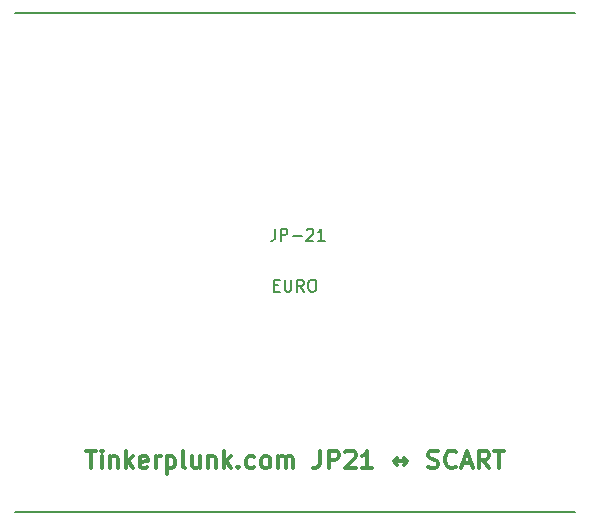
<source format=gto>
G04 #@! TF.FileFunction,Legend,Top*
%FSLAX46Y46*%
G04 Gerber Fmt 4.6, Leading zero omitted, Abs format (unit mm)*
G04 Created by KiCad (PCBNEW 4.0.7) date 07/22/18 01:51:21*
%MOMM*%
%LPD*%
G01*
G04 APERTURE LIST*
%ADD10C,0.100000*%
%ADD11C,0.300000*%
%ADD12C,0.150000*%
G04 APERTURE END LIST*
D10*
D11*
X130621715Y-131512571D02*
X131478858Y-131512571D01*
X131050287Y-133012571D02*
X131050287Y-131512571D01*
X131978858Y-133012571D02*
X131978858Y-132012571D01*
X131978858Y-131512571D02*
X131907429Y-131584000D01*
X131978858Y-131655429D01*
X132050286Y-131584000D01*
X131978858Y-131512571D01*
X131978858Y-131655429D01*
X132693144Y-132012571D02*
X132693144Y-133012571D01*
X132693144Y-132155429D02*
X132764572Y-132084000D01*
X132907430Y-132012571D01*
X133121715Y-132012571D01*
X133264572Y-132084000D01*
X133336001Y-132226857D01*
X133336001Y-133012571D01*
X134050287Y-133012571D02*
X134050287Y-131512571D01*
X134193144Y-132441143D02*
X134621715Y-133012571D01*
X134621715Y-132012571D02*
X134050287Y-132584000D01*
X135836001Y-132941143D02*
X135693144Y-133012571D01*
X135407430Y-133012571D01*
X135264573Y-132941143D01*
X135193144Y-132798286D01*
X135193144Y-132226857D01*
X135264573Y-132084000D01*
X135407430Y-132012571D01*
X135693144Y-132012571D01*
X135836001Y-132084000D01*
X135907430Y-132226857D01*
X135907430Y-132369714D01*
X135193144Y-132512571D01*
X136550287Y-133012571D02*
X136550287Y-132012571D01*
X136550287Y-132298286D02*
X136621715Y-132155429D01*
X136693144Y-132084000D01*
X136836001Y-132012571D01*
X136978858Y-132012571D01*
X137478858Y-132012571D02*
X137478858Y-133512571D01*
X137478858Y-132084000D02*
X137621715Y-132012571D01*
X137907429Y-132012571D01*
X138050286Y-132084000D01*
X138121715Y-132155429D01*
X138193144Y-132298286D01*
X138193144Y-132726857D01*
X138121715Y-132869714D01*
X138050286Y-132941143D01*
X137907429Y-133012571D01*
X137621715Y-133012571D01*
X137478858Y-132941143D01*
X139050287Y-133012571D02*
X138907429Y-132941143D01*
X138836001Y-132798286D01*
X138836001Y-131512571D01*
X140264572Y-132012571D02*
X140264572Y-133012571D01*
X139621715Y-132012571D02*
X139621715Y-132798286D01*
X139693143Y-132941143D01*
X139836001Y-133012571D01*
X140050286Y-133012571D01*
X140193143Y-132941143D01*
X140264572Y-132869714D01*
X140978858Y-132012571D02*
X140978858Y-133012571D01*
X140978858Y-132155429D02*
X141050286Y-132084000D01*
X141193144Y-132012571D01*
X141407429Y-132012571D01*
X141550286Y-132084000D01*
X141621715Y-132226857D01*
X141621715Y-133012571D01*
X142336001Y-133012571D02*
X142336001Y-131512571D01*
X142478858Y-132441143D02*
X142907429Y-133012571D01*
X142907429Y-132012571D02*
X142336001Y-132584000D01*
X143550287Y-132869714D02*
X143621715Y-132941143D01*
X143550287Y-133012571D01*
X143478858Y-132941143D01*
X143550287Y-132869714D01*
X143550287Y-133012571D01*
X144907430Y-132941143D02*
X144764573Y-133012571D01*
X144478859Y-133012571D01*
X144336001Y-132941143D01*
X144264573Y-132869714D01*
X144193144Y-132726857D01*
X144193144Y-132298286D01*
X144264573Y-132155429D01*
X144336001Y-132084000D01*
X144478859Y-132012571D01*
X144764573Y-132012571D01*
X144907430Y-132084000D01*
X145764573Y-133012571D02*
X145621715Y-132941143D01*
X145550287Y-132869714D01*
X145478858Y-132726857D01*
X145478858Y-132298286D01*
X145550287Y-132155429D01*
X145621715Y-132084000D01*
X145764573Y-132012571D01*
X145978858Y-132012571D01*
X146121715Y-132084000D01*
X146193144Y-132155429D01*
X146264573Y-132298286D01*
X146264573Y-132726857D01*
X146193144Y-132869714D01*
X146121715Y-132941143D01*
X145978858Y-133012571D01*
X145764573Y-133012571D01*
X146907430Y-133012571D02*
X146907430Y-132012571D01*
X146907430Y-132155429D02*
X146978858Y-132084000D01*
X147121716Y-132012571D01*
X147336001Y-132012571D01*
X147478858Y-132084000D01*
X147550287Y-132226857D01*
X147550287Y-133012571D01*
X147550287Y-132226857D02*
X147621716Y-132084000D01*
X147764573Y-132012571D01*
X147978858Y-132012571D01*
X148121716Y-132084000D01*
X148193144Y-132226857D01*
X148193144Y-133012571D01*
X150478858Y-131512571D02*
X150478858Y-132584000D01*
X150407430Y-132798286D01*
X150264573Y-132941143D01*
X150050287Y-133012571D01*
X149907430Y-133012571D01*
X151193144Y-133012571D02*
X151193144Y-131512571D01*
X151764572Y-131512571D01*
X151907430Y-131584000D01*
X151978858Y-131655429D01*
X152050287Y-131798286D01*
X152050287Y-132012571D01*
X151978858Y-132155429D01*
X151907430Y-132226857D01*
X151764572Y-132298286D01*
X151193144Y-132298286D01*
X152621715Y-131655429D02*
X152693144Y-131584000D01*
X152836001Y-131512571D01*
X153193144Y-131512571D01*
X153336001Y-131584000D01*
X153407430Y-131655429D01*
X153478858Y-131798286D01*
X153478858Y-131941143D01*
X153407430Y-132155429D01*
X152550287Y-133012571D01*
X153478858Y-133012571D01*
X154907429Y-133012571D02*
X154050286Y-133012571D01*
X154478858Y-133012571D02*
X154478858Y-131512571D01*
X154336001Y-131726857D01*
X154193143Y-131869714D01*
X154050286Y-131941143D01*
X156693143Y-132441143D02*
X157836000Y-132441143D01*
X157550286Y-132726857D02*
X157836000Y-132441143D01*
X157550286Y-132155429D01*
X156978857Y-132155429D02*
X156693143Y-132441143D01*
X156978857Y-132726857D01*
X159621714Y-132941143D02*
X159836000Y-133012571D01*
X160193143Y-133012571D01*
X160336000Y-132941143D01*
X160407429Y-132869714D01*
X160478857Y-132726857D01*
X160478857Y-132584000D01*
X160407429Y-132441143D01*
X160336000Y-132369714D01*
X160193143Y-132298286D01*
X159907429Y-132226857D01*
X159764571Y-132155429D01*
X159693143Y-132084000D01*
X159621714Y-131941143D01*
X159621714Y-131798286D01*
X159693143Y-131655429D01*
X159764571Y-131584000D01*
X159907429Y-131512571D01*
X160264571Y-131512571D01*
X160478857Y-131584000D01*
X161978857Y-132869714D02*
X161907428Y-132941143D01*
X161693142Y-133012571D01*
X161550285Y-133012571D01*
X161336000Y-132941143D01*
X161193142Y-132798286D01*
X161121714Y-132655429D01*
X161050285Y-132369714D01*
X161050285Y-132155429D01*
X161121714Y-131869714D01*
X161193142Y-131726857D01*
X161336000Y-131584000D01*
X161550285Y-131512571D01*
X161693142Y-131512571D01*
X161907428Y-131584000D01*
X161978857Y-131655429D01*
X162550285Y-132584000D02*
X163264571Y-132584000D01*
X162407428Y-133012571D02*
X162907428Y-131512571D01*
X163407428Y-133012571D01*
X164764571Y-133012571D02*
X164264571Y-132298286D01*
X163907428Y-133012571D02*
X163907428Y-131512571D01*
X164478856Y-131512571D01*
X164621714Y-131584000D01*
X164693142Y-131655429D01*
X164764571Y-131798286D01*
X164764571Y-132012571D01*
X164693142Y-132155429D01*
X164621714Y-132226857D01*
X164478856Y-132298286D01*
X163907428Y-132298286D01*
X165193142Y-131512571D02*
X166050285Y-131512571D01*
X165621714Y-133012571D02*
X165621714Y-131512571D01*
D12*
X172036000Y-136684000D02*
X124636000Y-136684000D01*
X124636000Y-94456000D02*
X172036000Y-94456000D01*
X146661429Y-112736381D02*
X146661429Y-113450667D01*
X146613809Y-113593524D01*
X146518571Y-113688762D01*
X146375714Y-113736381D01*
X146280476Y-113736381D01*
X147137619Y-113736381D02*
X147137619Y-112736381D01*
X147518572Y-112736381D01*
X147613810Y-112784000D01*
X147661429Y-112831619D01*
X147709048Y-112926857D01*
X147709048Y-113069714D01*
X147661429Y-113164952D01*
X147613810Y-113212571D01*
X147518572Y-113260190D01*
X147137619Y-113260190D01*
X148137619Y-113355429D02*
X148899524Y-113355429D01*
X149328095Y-112831619D02*
X149375714Y-112784000D01*
X149470952Y-112736381D01*
X149709048Y-112736381D01*
X149804286Y-112784000D01*
X149851905Y-112831619D01*
X149899524Y-112926857D01*
X149899524Y-113022095D01*
X149851905Y-113164952D01*
X149280476Y-113736381D01*
X149899524Y-113736381D01*
X150851905Y-113736381D02*
X150280476Y-113736381D01*
X150566190Y-113736381D02*
X150566190Y-112736381D01*
X150470952Y-112879238D01*
X150375714Y-112974476D01*
X150280476Y-113022095D01*
X146574095Y-117530571D02*
X146907429Y-117530571D01*
X147050286Y-118054381D02*
X146574095Y-118054381D01*
X146574095Y-117054381D01*
X147050286Y-117054381D01*
X147478857Y-117054381D02*
X147478857Y-117863905D01*
X147526476Y-117959143D01*
X147574095Y-118006762D01*
X147669333Y-118054381D01*
X147859810Y-118054381D01*
X147955048Y-118006762D01*
X148002667Y-117959143D01*
X148050286Y-117863905D01*
X148050286Y-117054381D01*
X149097905Y-118054381D02*
X148764571Y-117578190D01*
X148526476Y-118054381D02*
X148526476Y-117054381D01*
X148907429Y-117054381D01*
X149002667Y-117102000D01*
X149050286Y-117149619D01*
X149097905Y-117244857D01*
X149097905Y-117387714D01*
X149050286Y-117482952D01*
X149002667Y-117530571D01*
X148907429Y-117578190D01*
X148526476Y-117578190D01*
X149716952Y-117054381D02*
X149907429Y-117054381D01*
X150002667Y-117102000D01*
X150097905Y-117197238D01*
X150145524Y-117387714D01*
X150145524Y-117721048D01*
X150097905Y-117911524D01*
X150002667Y-118006762D01*
X149907429Y-118054381D01*
X149716952Y-118054381D01*
X149621714Y-118006762D01*
X149526476Y-117911524D01*
X149478857Y-117721048D01*
X149478857Y-117387714D01*
X149526476Y-117197238D01*
X149621714Y-117102000D01*
X149716952Y-117054381D01*
M02*

</source>
